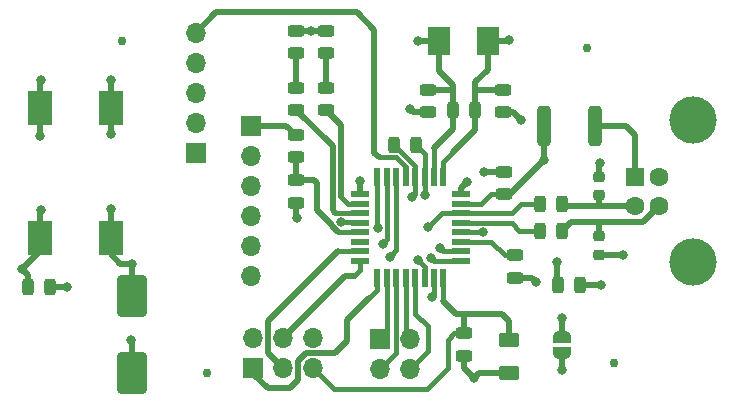
<source format=gbr>
%TF.GenerationSoftware,KiCad,Pcbnew,9.0.6+1*%
%TF.CreationDate,2025-12-10T14:16:37+00:00*%
%TF.ProjectId,KDT_Hierarchical_KiBot,4b44545f-4869-4657-9261-726368696361,+ (Unreleased)*%
%TF.SameCoordinates,Original*%
%TF.FileFunction,Copper,L1,Top*%
%TF.FilePolarity,Positive*%
%FSLAX46Y46*%
G04 Gerber Fmt 4.6, Leading zero omitted, Abs format (unit mm)*
G04 Created by KiCad (PCBNEW 9.0.6+1) date 2025-12-10 14:16:37*
%MOMM*%
%LPD*%
G01*
G04 APERTURE LIST*
G04 Aperture macros list*
%AMRoundRect*
0 Rectangle with rounded corners*
0 $1 Rounding radius*
0 $2 $3 $4 $5 $6 $7 $8 $9 X,Y pos of 4 corners*
0 Add a 4 corners polygon primitive as box body*
4,1,4,$2,$3,$4,$5,$6,$7,$8,$9,$2,$3,0*
0 Add four circle primitives for the rounded corners*
1,1,$1+$1,$2,$3*
1,1,$1+$1,$4,$5*
1,1,$1+$1,$6,$7*
1,1,$1+$1,$8,$9*
0 Add four rect primitives between the rounded corners*
20,1,$1+$1,$2,$3,$4,$5,0*
20,1,$1+$1,$4,$5,$6,$7,0*
20,1,$1+$1,$6,$7,$8,$9,0*
20,1,$1+$1,$8,$9,$2,$3,0*%
%AMFreePoly0*
4,1,23,0.500000,-0.750000,0.000000,-0.750000,0.000000,-0.745722,-0.065263,-0.745722,-0.191342,-0.711940,-0.304381,-0.646677,-0.396677,-0.554381,-0.461940,-0.441342,-0.495722,-0.315263,-0.495722,-0.250000,-0.500000,-0.250000,-0.500000,0.250000,-0.495722,0.250000,-0.495722,0.315263,-0.461940,0.441342,-0.396677,0.554381,-0.304381,0.646677,-0.191342,0.711940,-0.065263,0.745722,0.000000,0.745722,
0.000000,0.750000,0.500000,0.750000,0.500000,-0.750000,0.500000,-0.750000,$1*%
%AMFreePoly1*
4,1,23,0.000000,0.745722,0.065263,0.745722,0.191342,0.711940,0.304381,0.646677,0.396677,0.554381,0.461940,0.441342,0.495722,0.315263,0.495722,0.250000,0.500000,0.250000,0.500000,-0.250000,0.495722,-0.250000,0.495722,-0.315263,0.461940,-0.441342,0.396677,-0.554381,0.304381,-0.646677,0.191342,-0.711940,0.065263,-0.745722,0.000000,-0.745722,0.000000,-0.750000,-0.500000,-0.750000,
-0.500000,0.750000,0.000000,0.750000,0.000000,0.745722,0.000000,0.745722,$1*%
G04 Aperture macros list end*
%TA.AperFunction,SMDPad,CuDef*%
%ADD10RoundRect,0.243750X-0.456250X0.243750X-0.456250X-0.243750X0.456250X-0.243750X0.456250X0.243750X0*%
%TD*%
%TA.AperFunction,SMDPad,CuDef*%
%ADD11R,2.000000X3.000000*%
%TD*%
%TA.AperFunction,ComponentPad*%
%ADD12R,1.700000X1.700000*%
%TD*%
%TA.AperFunction,ComponentPad*%
%ADD13O,1.700000X1.700000*%
%TD*%
%TA.AperFunction,SMDPad,CuDef*%
%ADD14RoundRect,0.218750X0.256250X-0.218750X0.256250X0.218750X-0.256250X0.218750X-0.256250X-0.218750X0*%
%TD*%
%TA.AperFunction,ComponentPad*%
%ADD15R,1.600000X1.600000*%
%TD*%
%TA.AperFunction,ComponentPad*%
%ADD16C,1.600000*%
%TD*%
%TA.AperFunction,ComponentPad*%
%ADD17C,4.000000*%
%TD*%
%TA.AperFunction,SMDPad,CuDef*%
%ADD18RoundRect,0.243750X0.456250X-0.243750X0.456250X0.243750X-0.456250X0.243750X-0.456250X-0.243750X0*%
%TD*%
%TA.AperFunction,SMDPad,CuDef*%
%ADD19RoundRect,0.243750X-0.243750X-0.456250X0.243750X-0.456250X0.243750X0.456250X-0.243750X0.456250X0*%
%TD*%
%TA.AperFunction,SMDPad,CuDef*%
%ADD20RoundRect,0.243750X0.243750X0.456250X-0.243750X0.456250X-0.243750X-0.456250X0.243750X-0.456250X0*%
%TD*%
%TA.AperFunction,SMDPad,CuDef*%
%ADD21C,0.750000*%
%TD*%
%TA.AperFunction,SMDPad,CuDef*%
%ADD22RoundRect,0.218750X-0.256250X0.218750X-0.256250X-0.218750X0.256250X-0.218750X0.256250X0.218750X0*%
%TD*%
%TA.AperFunction,SMDPad,CuDef*%
%ADD23FreePoly0,270.000000*%
%TD*%
%TA.AperFunction,SMDPad,CuDef*%
%ADD24FreePoly1,270.000000*%
%TD*%
%TA.AperFunction,SMDPad,CuDef*%
%ADD25RoundRect,0.250000X0.625000X-0.375000X0.625000X0.375000X-0.625000X0.375000X-0.625000X-0.375000X0*%
%TD*%
%TA.AperFunction,SMDPad,CuDef*%
%ADD26RoundRect,0.250000X-0.312500X-1.450000X0.312500X-1.450000X0.312500X1.450000X-0.312500X1.450000X0*%
%TD*%
%TA.AperFunction,SMDPad,CuDef*%
%ADD27R,1.900000X2.400000*%
%TD*%
%TA.AperFunction,SMDPad,CuDef*%
%ADD28R,0.550000X1.600000*%
%TD*%
%TA.AperFunction,SMDPad,CuDef*%
%ADD29R,1.600000X0.550000*%
%TD*%
%TA.AperFunction,SMDPad,CuDef*%
%ADD30RoundRect,0.250000X-1.000000X1.500000X-1.000000X-1.500000X1.000000X-1.500000X1.000000X1.500000X0*%
%TD*%
%TA.AperFunction,ViaPad*%
%ADD31C,0.800000*%
%TD*%
%TA.AperFunction,Conductor*%
%ADD32C,0.508000*%
%TD*%
%TA.AperFunction,Conductor*%
%ADD33C,0.381000*%
%TD*%
G04 APERTURE END LIST*
D10*
%TO.P,C5,1*%
%TO.N,Net-(U1-UCAP)*%
X157795600Y-93911300D03*
%TO.P,C5,2*%
%TO.N,Earth*%
X157795600Y-95786300D03*
%TD*%
D11*
%TO.P,J1,1*%
%TO.N,GND*%
X117573600Y-81394800D03*
X123573600Y-81394800D03*
%TO.P,J1,2*%
%TO.N,+5V*%
X123573600Y-92394800D03*
%TO.P,J1,3*%
X117573600Y-92394800D03*
%TD*%
D12*
%TO.P,J3,1,Pin_1*%
%TO.N,Net-(J3-Pin_1)*%
X130773600Y-85194800D03*
D13*
%TO.P,J3,2,Pin_2*%
%TO.N,Net-(J3-Pin_2)*%
X130773600Y-82654800D03*
%TO.P,J3,3,Pin_3*%
%TO.N,Net-(J3-Pin_3)*%
X130773600Y-80114800D03*
%TO.P,J3,4,Pin_4*%
%TO.N,Net-(J3-Pin_4)*%
X130773600Y-77574800D03*
%TO.P,J3,5,Pin_5*%
%TO.N,Net-(J3-Pin_5)*%
X130773600Y-75034800D03*
%TD*%
D12*
%TO.P,J6,1,Pin_1*%
%TO.N,Net-(J6-Pin_1)*%
X135443600Y-82910800D03*
D13*
%TO.P,J6,2,Pin_2*%
%TO.N,Net-(J6-Pin_2)*%
X135443600Y-85450800D03*
%TO.P,J6,3,Pin_3*%
%TO.N,Net-(J6-Pin_3)*%
X135443600Y-87990800D03*
%TO.P,J6,4,Pin_4*%
%TO.N,Net-(J6-Pin_4)*%
X135443600Y-90530800D03*
%TO.P,J6,5,Pin_5*%
%TO.N,Net-(J6-Pin_5)*%
X135443600Y-93070800D03*
%TO.P,J6,6,Pin_6*%
%TO.N,Net-(J6-Pin_6)*%
X135443600Y-95610800D03*
%TD*%
D14*
%TO.P,VR2,1*%
%TO.N,Net-(J2-D-)*%
X164907600Y-88803700D03*
%TO.P,VR2,2*%
%TO.N,Net-(J2-Shield)*%
X164907600Y-87228700D03*
%TD*%
D15*
%TO.P,J2,1,VBUS*%
%TO.N,Net-(J2-VBUS)*%
X167955600Y-87228800D03*
D16*
%TO.P,J2,2,D-*%
%TO.N,Net-(J2-D-)*%
X167955600Y-89728800D03*
%TO.P,J2,3,D+*%
%TO.N,Net-(J2-D+)*%
X169955600Y-89728800D03*
%TO.P,J2,4,GND*%
%TO.N,Earth*%
X169955600Y-87228800D03*
D17*
%TO.P,J2,5,Shield*%
%TO.N,Net-(J2-Shield)*%
X172815600Y-82478800D03*
X172815600Y-94478800D03*
%TD*%
D18*
%TO.P,C8,1*%
%TO.N,/DTR*%
X139228200Y-85600900D03*
%TO.P,C8,2*%
%TO.N,Net-(J6-Pin_1)*%
X139228200Y-83725900D03*
%TD*%
D19*
%TO.P,C2,1*%
%TO.N,+5V*%
X116536100Y-96594800D03*
%TO.P,C2,2*%
%TO.N,GND*%
X118411100Y-96594800D03*
%TD*%
%TO.P,R1,1*%
%TO.N,Net-(U1-D+)*%
X159906100Y-91800800D03*
%TO.P,R1,2*%
%TO.N,Net-(J2-D+)*%
X161781100Y-91800800D03*
%TD*%
D20*
%TO.P,FB1,1*%
%TO.N,Net-(J2-Shield)*%
X163305100Y-96372800D03*
%TO.P,FB1,2*%
%TO.N,Earth*%
X161430100Y-96372800D03*
%TD*%
D19*
%TO.P,R2,1*%
%TO.N,Net-(U1-D-)*%
X159906100Y-89514800D03*
%TO.P,R2,2*%
%TO.N,Net-(J2-D-)*%
X161781100Y-89514800D03*
%TD*%
D21*
%TO.P,FID3,*%
%TO.N,*%
X124470800Y-75773400D03*
%TD*%
D18*
%TO.P,D3,1,K*%
%TO.N,/TXLED*%
X139253600Y-81582300D03*
%TO.P,D3,2,A*%
%TO.N,Net-(D3-A)*%
X139253600Y-79707300D03*
%TD*%
D21*
%TO.P,FID2,*%
%TO.N,*%
X166177600Y-102976800D03*
%TD*%
D19*
%TO.P,C7,1*%
%TO.N,+5V*%
X147510900Y-84561800D03*
%TO.P,C7,2*%
%TO.N,GND*%
X149385900Y-84561800D03*
%TD*%
D22*
%TO.P,VR1,1*%
%TO.N,Net-(J2-D+)*%
X164907600Y-92257800D03*
%TO.P,VR1,2*%
%TO.N,Net-(J2-Shield)*%
X164907600Y-93832800D03*
%TD*%
D23*
%TO.P,JP1,1,A*%
%TO.N,Earth*%
X161732600Y-100828200D03*
D24*
%TO.P,JP1,2,B*%
%TO.N,GND*%
X161732600Y-102128200D03*
%TD*%
D25*
%TO.P,D1,1,K*%
%TO.N,+5V*%
X157287600Y-103868800D03*
%TO.P,D1,2,A*%
%TO.N,/RESET2*%
X157287600Y-101068800D03*
%TD*%
D18*
%TO.P,R4,1*%
%TO.N,+5V*%
X153477600Y-102390300D03*
%TO.P,R4,2*%
%TO.N,/RESET2*%
X153477600Y-100515300D03*
%TD*%
D10*
%TO.P,C3,1*%
%TO.N,Net-(U1-XTAL1)*%
X156733600Y-79873300D03*
%TO.P,C3,2*%
%TO.N,GND*%
X156733600Y-81748300D03*
%TD*%
D12*
%TO.P,J5,1,Pin_1*%
%TO.N,/MISO2*%
X135596000Y-103459400D03*
D13*
%TO.P,J5,2,Pin_2*%
%TO.N,+5V*%
X135596000Y-100919400D03*
%TO.P,J5,3,Pin_3*%
%TO.N,/SCK2*%
X138136000Y-103459400D03*
%TO.P,J5,4,Pin_4*%
%TO.N,/MOSI2*%
X138136000Y-100919400D03*
%TO.P,J5,5,Pin_5*%
%TO.N,/RESET2*%
X140676000Y-103459400D03*
%TO.P,J5,6,Pin_6*%
%TO.N,GND*%
X140676000Y-100919400D03*
%TD*%
D20*
%TO.P,R3,1*%
%TO.N,Net-(U1-XTAL1)*%
X154369100Y-81572800D03*
%TO.P,R3,2*%
%TO.N,Net-(U1-PC0{slash}XTAL2)*%
X152494100Y-81572800D03*
%TD*%
D26*
%TO.P,F1,1*%
%TO.N,VBUS*%
X160230100Y-82910800D03*
%TO.P,F1,2*%
%TO.N,Net-(J2-VBUS)*%
X164505100Y-82910800D03*
%TD*%
D12*
%TO.P,J4,1,Pin_1*%
%TO.N,Net-(J4-Pin_1)*%
X146365600Y-100944800D03*
D13*
%TO.P,J4,2,Pin_2*%
%TO.N,Net-(J4-Pin_2)*%
X148905600Y-100944800D03*
%TO.P,J4,3,Pin_3*%
%TO.N,Net-(J4-Pin_3)*%
X146365600Y-103484800D03*
%TO.P,J4,4,Pin_4*%
%TO.N,Net-(J4-Pin_4)*%
X148905600Y-103484800D03*
%TD*%
D10*
%TO.P,R5,1*%
%TO.N,/DTR*%
X139228200Y-87561300D03*
%TO.P,R5,2*%
%TO.N,GND*%
X139228200Y-89436300D03*
%TD*%
D18*
%TO.P,D2,1,K*%
%TO.N,/RXLED*%
X141793600Y-81582300D03*
%TO.P,D2,2,A*%
%TO.N,Net-(D2-A)*%
X141793600Y-79707300D03*
%TD*%
D10*
%TO.P,R6,1*%
%TO.N,+5V*%
X141793600Y-74932100D03*
%TO.P,R6,2*%
%TO.N,Net-(D2-A)*%
X141793600Y-76807100D03*
%TD*%
D27*
%TO.P,Y1,1,1*%
%TO.N,Net-(U1-XTAL1)*%
X155451400Y-75722600D03*
%TO.P,Y1,2,2*%
%TO.N,Net-(U1-PC0{slash}XTAL2)*%
X151351400Y-75722600D03*
%TD*%
D10*
%TO.P,R7,1*%
%TO.N,+5V*%
X139253600Y-74932100D03*
%TO.P,R7,2*%
%TO.N,Net-(D3-A)*%
X139253600Y-76807100D03*
%TD*%
D28*
%TO.P,U1,1,XTAL1*%
%TO.N,Net-(U1-XTAL1)*%
X151705600Y-87296800D03*
%TO.P,U1,2,PC0/XTAL2*%
%TO.N,Net-(U1-PC0{slash}XTAL2)*%
X150905600Y-87296800D03*
%TO.P,U1,3,GND*%
%TO.N,GND*%
X150105600Y-87296800D03*
%TO.P,U1,4,VCC*%
%TO.N,+5V*%
X149305600Y-87296800D03*
%TO.P,U1,5,PC2*%
%TO.N,Net-(J3-Pin_5)*%
X148505600Y-87296800D03*
%TO.P,U1,6,PD0*%
%TO.N,Net-(J6-Pin_6)*%
X147705600Y-87296800D03*
%TO.P,U1,7,PD1*%
%TO.N,Net-(J6-Pin_5)*%
X146905600Y-87296800D03*
%TO.P,U1,8,PD2*%
%TO.N,Net-(J6-Pin_4)*%
X146105600Y-87296800D03*
D29*
%TO.P,U1,9,PD3*%
%TO.N,Net-(J6-Pin_3)*%
X144655600Y-88746800D03*
%TO.P,U1,10,PD4*%
%TO.N,/RXLED*%
X144655600Y-89546800D03*
%TO.P,U1,11,PD5*%
%TO.N,/TXLED*%
X144655600Y-90346800D03*
%TO.P,U1,12,PD6*%
%TO.N,Net-(J6-Pin_2)*%
X144655600Y-91146800D03*
%TO.P,U1,13,~{HWB}/PD7*%
%TO.N,/DTR*%
X144655600Y-91946800D03*
%TO.P,U1,14,PB0*%
%TO.N,unconnected-(U1-PB0-Pad14)*%
X144655600Y-92746800D03*
%TO.P,U1,15,PB1*%
%TO.N,/SCK2*%
X144655600Y-93546800D03*
%TO.P,U1,16,PB2*%
%TO.N,/MOSI2*%
X144655600Y-94346800D03*
D28*
%TO.P,U1,17,PB3*%
%TO.N,/MISO2*%
X146105600Y-95796800D03*
%TO.P,U1,18,PB4*%
%TO.N,Net-(J4-Pin_1)*%
X146905600Y-95796800D03*
%TO.P,U1,19,PB5*%
%TO.N,Net-(J4-Pin_3)*%
X147705600Y-95796800D03*
%TO.P,U1,20,PB6*%
%TO.N,Net-(J4-Pin_2)*%
X148505600Y-95796800D03*
%TO.P,U1,21,PB7*%
%TO.N,Net-(J4-Pin_4)*%
X149305600Y-95796800D03*
%TO.P,U1,22,PC7*%
%TO.N,Net-(J3-Pin_1)*%
X150105600Y-95796800D03*
%TO.P,U1,23,PC6*%
%TO.N,Net-(J3-Pin_2)*%
X150905600Y-95796800D03*
%TO.P,U1,24,PC1/~{RESET}*%
%TO.N,/RESET2*%
X151705600Y-95796800D03*
D29*
%TO.P,U1,25,PC5*%
%TO.N,Net-(J3-Pin_3)*%
X153155600Y-94346800D03*
%TO.P,U1,26,PC4*%
%TO.N,Net-(J3-Pin_4)*%
X153155600Y-93546800D03*
%TO.P,U1,27,UCAP*%
%TO.N,Net-(U1-UCAP)*%
X153155600Y-92746800D03*
%TO.P,U1,28,UGND*%
%TO.N,Earth*%
X153155600Y-91946800D03*
%TO.P,U1,29,D+*%
%TO.N,Net-(U1-D+)*%
X153155600Y-91146800D03*
%TO.P,U1,30,D-*%
%TO.N,Net-(U1-D-)*%
X153155600Y-90346800D03*
%TO.P,U1,31,UVCC*%
%TO.N,VBUS*%
X153155600Y-89546800D03*
%TO.P,U1,32,AVCC*%
%TO.N,+5V*%
X153155600Y-88746800D03*
%TD*%
D30*
%TO.P,C1,1*%
%TO.N,+5V*%
X125309000Y-97339200D03*
%TO.P,C1,2*%
%TO.N,GND*%
X125309000Y-103839200D03*
%TD*%
D10*
%TO.P,C4,1*%
%TO.N,Net-(U1-PC0{slash}XTAL2)*%
X150383600Y-79873300D03*
%TO.P,C4,2*%
%TO.N,GND*%
X150383600Y-81748300D03*
%TD*%
D21*
%TO.P,FID1,*%
%TO.N,*%
X163891600Y-76306800D03*
%TD*%
D18*
%TO.P,C6,1*%
%TO.N,VBUS*%
X156855800Y-88699700D03*
%TO.P,C6,2*%
%TO.N,Earth*%
X156855800Y-86824700D03*
%TD*%
D21*
%TO.P,FID4,*%
%TO.N,*%
X131684400Y-103865800D03*
%TD*%
D31*
%TO.N,GND*%
X150150200Y-88752800D03*
X158303600Y-82453600D03*
X123556400Y-79075400D03*
X117562000Y-83825200D03*
X139304400Y-90759400D03*
X117587400Y-79024600D03*
X119822600Y-96601400D03*
X161732600Y-103637200D03*
X125283600Y-101046400D03*
X123581800Y-83647400D03*
X148829400Y-81488400D03*
%TO.N,Net-(J2-Shield)*%
X166863400Y-93832800D03*
X164933000Y-86111200D03*
X165034600Y-96372800D03*
%TO.N,+5V*%
X153655400Y-87660600D03*
X117612800Y-90099000D03*
X154315800Y-104297600D03*
X123581800Y-89997400D03*
X140498200Y-74935200D03*
X125309000Y-94594800D03*
X116038000Y-95026600D03*
X149007200Y-88981400D03*
%TO.N,Net-(U1-XTAL1)*%
X157236800Y-75697200D03*
%TO.N,Net-(U1-PC0{slash}XTAL2)*%
X149515200Y-75773400D03*
%TO.N,Earth*%
X155027000Y-91927800D03*
X155154000Y-86847800D03*
X161351600Y-94467800D03*
X161707200Y-99217600D03*
X159522800Y-96144200D03*
%TO.N,VBUS*%
X160208600Y-85857200D03*
%TO.N,Net-(J3-Pin_4)*%
X151369400Y-93248600D03*
%TO.N,Net-(J3-Pin_3)*%
X150632800Y-94086800D03*
%TO.N,Net-(J3-Pin_2)*%
X150759800Y-97388800D03*
%TO.N,Net-(J3-Pin_1)*%
X149540600Y-94290000D03*
%TO.N,Net-(J6-Pin_3)*%
X144613000Y-87584400D03*
%TO.N,Net-(J6-Pin_5)*%
X146543400Y-92918400D03*
%TO.N,Net-(J6-Pin_6)*%
X147153000Y-94010600D03*
%TO.N,Net-(J6-Pin_4)*%
X146162700Y-91546800D03*
%TO.N,Net-(J6-Pin_2)*%
X143068711Y-91084489D03*
%TO.N,Net-(U1-D-)*%
X150429600Y-91470602D03*
%TD*%
D32*
%TO.N,GND*%
X118411100Y-96594800D02*
X119816000Y-96594800D01*
X117573600Y-79038400D02*
X117587400Y-79024600D01*
X123573600Y-81394800D02*
X123573600Y-83639200D01*
D33*
X150105600Y-85281500D02*
X149385900Y-84561800D01*
D32*
X123573600Y-81394800D02*
X123573600Y-79092600D01*
X117573600Y-83813600D02*
X117562000Y-83825200D01*
X139228200Y-90683200D02*
X139304400Y-90759400D01*
D33*
X150105600Y-87296800D02*
X150105600Y-85281500D01*
D32*
X149089300Y-81748300D02*
X148829400Y-81488400D01*
X156733600Y-81748300D02*
X157598300Y-81748300D01*
X150383600Y-81748300D02*
X149089300Y-81748300D01*
X125309000Y-103839200D02*
X125309000Y-101071800D01*
X157598300Y-81748300D02*
X158303600Y-82453600D01*
X123573600Y-79092600D02*
X123556400Y-79075400D01*
D33*
X150105600Y-87296800D02*
X150105600Y-88708200D01*
D32*
X117573600Y-81394800D02*
X117573600Y-79038400D01*
X125309000Y-101071800D02*
X125283600Y-101046400D01*
D33*
X150105600Y-88708200D02*
X150150200Y-88752800D01*
D32*
X161732600Y-102128200D02*
X161732600Y-103637200D01*
X119816000Y-96594800D02*
X119822600Y-96601400D01*
X139228200Y-89436300D02*
X139228200Y-90683200D01*
X123573600Y-83639200D02*
X123581800Y-83647400D01*
X117573600Y-81394800D02*
X117573600Y-83813600D01*
%TO.N,/RESET2*%
X157287600Y-99471600D02*
X156652600Y-98836600D01*
D33*
X142403200Y-105186600D02*
X150277200Y-105186600D01*
D32*
X153630000Y-98836600D02*
X153477600Y-98989000D01*
D33*
X151705600Y-97789200D02*
X151705600Y-95796800D01*
X150277200Y-105186600D02*
X152055200Y-103408600D01*
D32*
X156652600Y-98836600D02*
X153630000Y-98836600D01*
D33*
X151699600Y-97795200D02*
X151705600Y-97789200D01*
X140676000Y-103459400D02*
X142403200Y-105186600D01*
D32*
X153477600Y-98989000D02*
X153477600Y-100515300D01*
X157287600Y-101068800D02*
X157287600Y-99471600D01*
D33*
X152586300Y-100515300D02*
X153477600Y-100515300D01*
X152055200Y-101046400D02*
X152586300Y-100515300D01*
D32*
X153630000Y-98836600D02*
X152741000Y-98836600D01*
X152741000Y-98836600D02*
X151699600Y-97795200D01*
D33*
X152055200Y-103408600D02*
X152055200Y-101046400D01*
D32*
%TO.N,Net-(D2-A)*%
X141793600Y-76807100D02*
X141793600Y-79707300D01*
%TO.N,/RXLED*%
X143038200Y-88935922D02*
X143038200Y-82826900D01*
X143038200Y-82826900D02*
X141793600Y-81582300D01*
D33*
X143649078Y-89546800D02*
X143038200Y-88935922D01*
X144655600Y-89546800D02*
X143649078Y-89546800D01*
D32*
%TO.N,Net-(D3-A)*%
X139253600Y-76807100D02*
X139253600Y-79707300D01*
%TO.N,/TXLED*%
X139253600Y-81582300D02*
X142327000Y-84655700D01*
D33*
X144636400Y-90327600D02*
X144655600Y-90346800D01*
D32*
X142327000Y-84655700D02*
X142327000Y-90099000D01*
X142327000Y-90099000D02*
X142555600Y-90327600D01*
D33*
X142555600Y-90327600D02*
X144636400Y-90327600D01*
D32*
%TO.N,Net-(J2-VBUS)*%
X167955600Y-87228800D02*
X167955600Y-83723600D01*
X167142800Y-82910800D02*
X164505100Y-82910800D01*
X167955600Y-83723600D02*
X167142800Y-82910800D01*
%TO.N,Net-(J2-Shield)*%
X164907600Y-87457300D02*
X164907600Y-86136600D01*
X163305100Y-96372800D02*
X165034600Y-96372800D01*
X164907600Y-86136600D02*
X164933000Y-86111200D01*
X164907600Y-93832800D02*
X166863400Y-93832800D01*
%TO.N,+5V*%
X123573600Y-90005600D02*
X123581800Y-89997400D01*
X139253600Y-74932100D02*
X140495100Y-74932100D01*
D33*
X149305600Y-87296800D02*
X149305600Y-86356500D01*
D32*
X117573600Y-92394800D02*
X117573600Y-93491000D01*
X153155600Y-88160400D02*
X153655400Y-87660600D01*
X154744600Y-103868800D02*
X154315800Y-104297600D01*
X140501300Y-74932100D02*
X140498200Y-74935200D01*
X116536100Y-95524700D02*
X116038000Y-95026600D01*
X153477600Y-102390300D02*
X153477600Y-103459400D01*
X117573600Y-90138200D02*
X117612800Y-90099000D01*
X141793600Y-74932100D02*
X140501300Y-74932100D01*
X123573600Y-92394800D02*
X123573600Y-90005600D01*
X153155600Y-88746800D02*
X153155600Y-88160400D01*
X117573600Y-92394800D02*
X117573600Y-90138200D01*
X153477600Y-103459400D02*
X154315800Y-104297600D01*
X116536100Y-96594800D02*
X116536100Y-95524700D01*
D33*
X149305600Y-87296800D02*
X149305600Y-88683000D01*
D32*
X140495100Y-74932100D02*
X140498200Y-74935200D01*
X123573600Y-92394800D02*
X123573600Y-93824600D01*
D33*
X149305600Y-86356500D02*
X147510900Y-84561800D01*
D32*
X124343800Y-94594800D02*
X125309000Y-94594800D01*
X117573600Y-93491000D02*
X116038000Y-95026600D01*
D33*
X149305600Y-88683000D02*
X149007200Y-88981400D01*
D32*
X123573600Y-93824600D02*
X124343800Y-94594800D01*
X125309000Y-97339200D02*
X125309000Y-94594800D01*
X157287600Y-103868800D02*
X154744600Y-103868800D01*
%TO.N,Net-(U1-XTAL1)*%
X155451400Y-75722600D02*
X157211400Y-75722600D01*
X157211400Y-75722600D02*
X157236800Y-75697200D01*
X154369100Y-79814500D02*
X154369100Y-79250700D01*
X152512400Y-85171400D02*
X154369100Y-83314700D01*
X155451400Y-78168400D02*
X155451400Y-75722600D01*
D33*
X151705600Y-85978200D02*
X152512400Y-85171400D01*
D32*
X156733600Y-79873300D02*
X154427900Y-79873300D01*
D33*
X151705600Y-87296800D02*
X151705600Y-85978200D01*
D32*
X154427900Y-79873300D02*
X154369100Y-79814500D01*
X154369100Y-83314700D02*
X154369100Y-81572800D01*
X154369100Y-79250700D02*
X155451400Y-78168400D01*
X154369100Y-81572800D02*
X154369100Y-79814500D01*
%TO.N,Net-(J2-D+)*%
X164907600Y-91216600D02*
X164780600Y-91089600D01*
X169955600Y-89728800D02*
X168594800Y-91089600D01*
X164907600Y-92257800D02*
X164907600Y-91216600D01*
X162492300Y-91089600D02*
X161781100Y-91800800D01*
X168594800Y-91089600D02*
X164780600Y-91089600D01*
X164780600Y-91089600D02*
X162492300Y-91089600D01*
%TO.N,Net-(J2-D-)*%
X161995100Y-89728800D02*
X161781100Y-89514800D01*
X164907600Y-88803700D02*
X164907600Y-89663400D01*
X167955600Y-89728800D02*
X164842200Y-89728800D01*
X164907600Y-89663400D02*
X164842200Y-89728800D01*
X164842200Y-89728800D02*
X161995100Y-89728800D01*
%TO.N,Net-(U1-PC0{slash}XTAL2)*%
X151300600Y-75773400D02*
X151351400Y-75722600D01*
X152349500Y-79873300D02*
X152494100Y-79728700D01*
X151351400Y-78320800D02*
X151351400Y-75722600D01*
X149515200Y-75773400D02*
X151300600Y-75773400D01*
X152494100Y-81572800D02*
X152494100Y-79728700D01*
X152494100Y-79728700D02*
X152494100Y-79463500D01*
X150383600Y-79873300D02*
X152349500Y-79873300D01*
X152494100Y-79463500D02*
X151351400Y-78320800D01*
X152494100Y-81572800D02*
X152494100Y-83208500D01*
D33*
X150912200Y-84790400D02*
X150905600Y-84797000D01*
D32*
X152494100Y-83208500D02*
X150912200Y-84790400D01*
D33*
X150905600Y-84797000D02*
X150905600Y-87296800D01*
D32*
%TO.N,Earth*%
X159164900Y-95786300D02*
X159522800Y-96144200D01*
X156855800Y-86824700D02*
X155177100Y-86824700D01*
X161732600Y-99243000D02*
X161707200Y-99217600D01*
D33*
X155008000Y-91946800D02*
X155027000Y-91927800D01*
D32*
X161732600Y-100828200D02*
X161732600Y-99243000D01*
D33*
X153155600Y-91946800D02*
X155008000Y-91946800D01*
D32*
X161351600Y-94467800D02*
X161351600Y-96294300D01*
X157795600Y-95786300D02*
X159164900Y-95786300D01*
X161351600Y-96294300D02*
X161430100Y-96372800D01*
X155177100Y-86824700D02*
X155154000Y-86847800D01*
D33*
%TO.N,Net-(U1-UCAP)*%
X153155600Y-92746800D02*
X155719000Y-92746800D01*
X155719000Y-92746800D02*
X156883500Y-93911300D01*
X156883500Y-93911300D02*
X157795600Y-93911300D01*
D32*
%TO.N,VBUS*%
X157366100Y-88699700D02*
X160208600Y-85857200D01*
D33*
X154842600Y-89546800D02*
X155689700Y-88699700D01*
D32*
X160230100Y-82910800D02*
X160230100Y-85835700D01*
X156855800Y-88699700D02*
X157366100Y-88699700D01*
D33*
X153155600Y-89546800D02*
X154842600Y-89546800D01*
X155689700Y-88699700D02*
X156855800Y-88699700D01*
D32*
X160230100Y-85835700D02*
X160208600Y-85857200D01*
%TO.N,Net-(J6-Pin_1)*%
X138413100Y-82910800D02*
X139228200Y-83725900D01*
X135443600Y-82910800D02*
X138413100Y-82910800D01*
%TO.N,/DTR*%
X140754500Y-87561300D02*
X139228200Y-87561300D01*
X139228200Y-85600900D02*
X139228200Y-87561300D01*
X142250800Y-91407000D02*
X142250800Y-91369000D01*
D33*
X144655600Y-91946800D02*
X142790600Y-91946800D01*
D32*
X140980800Y-90099000D02*
X140980800Y-87787600D01*
X142790600Y-91946800D02*
X142250800Y-91407000D01*
X140980800Y-87787600D02*
X140754500Y-87561300D01*
X142250800Y-91369000D02*
X140980800Y-90099000D01*
D33*
%TO.N,Net-(J3-Pin_4)*%
X153155600Y-93546800D02*
X151667600Y-93546800D01*
X151667600Y-93546800D02*
X151369400Y-93248600D01*
%TO.N,Net-(J3-Pin_3)*%
X150892800Y-94346800D02*
X150632800Y-94086800D01*
X153155600Y-94346800D02*
X150892800Y-94346800D01*
%TO.N,Net-(J3-Pin_2)*%
X150905600Y-97243000D02*
X150759800Y-97388800D01*
X150905600Y-95796800D02*
X150905600Y-97243000D01*
%TO.N,Net-(J3-Pin_1)*%
X150105600Y-95796800D02*
X150105600Y-94855000D01*
X150105600Y-94855000D02*
X149540600Y-94290000D01*
D32*
%TO.N,Net-(J3-Pin_5)*%
X145832200Y-85222200D02*
X145832200Y-74808200D01*
D33*
X148505600Y-87296800D02*
X148505600Y-86447800D01*
D32*
X146214710Y-85604710D02*
X145832200Y-85222200D01*
D33*
X147662510Y-85604710D02*
X146214710Y-85604710D01*
D32*
X132473400Y-73335000D02*
X130773600Y-75034800D01*
X145832200Y-74808200D02*
X144359000Y-73335000D01*
X144359000Y-73335000D02*
X132473400Y-73335000D01*
D33*
X148505600Y-86447800D02*
X147662510Y-85604710D01*
%TO.N,Net-(J4-Pin_2)*%
X148505600Y-95796800D02*
X148505600Y-100544800D01*
X148505600Y-100544800D02*
X148905600Y-100944800D01*
%TO.N,Net-(J4-Pin_1)*%
X146905600Y-100404800D02*
X146365600Y-100944800D01*
X146905600Y-95796800D02*
X146905600Y-100404800D01*
%TO.N,Net-(J4-Pin_4)*%
X149305600Y-95796800D02*
X149305600Y-98830200D01*
X149305600Y-98830200D02*
X150353400Y-99878000D01*
X150353400Y-102037000D02*
X148905600Y-103484800D01*
X150353400Y-99878000D02*
X150353400Y-102037000D01*
%TO.N,Net-(J4-Pin_3)*%
X147705600Y-95796800D02*
X147705600Y-102144800D01*
X147705600Y-102144800D02*
X146365600Y-103484800D01*
%TO.N,/MOSI2*%
X144130400Y-95687000D02*
X144655600Y-95161800D01*
X144655600Y-95161800D02*
X144655600Y-94346800D01*
D32*
X143368400Y-95687000D02*
X144130400Y-95687000D01*
X138136000Y-100919400D02*
X143368400Y-95687000D01*
%TO.N,/SCK2*%
X142758800Y-93553400D02*
X142784200Y-93553400D01*
X136879599Y-102202999D02*
X136879599Y-99432601D01*
D33*
X143063600Y-93553400D02*
X143070200Y-93546800D01*
D32*
X138136000Y-103459400D02*
X136879599Y-102202999D01*
D33*
X143070200Y-93546800D02*
X144655600Y-93546800D01*
D32*
X136879599Y-99432601D02*
X142758800Y-93553400D01*
D33*
X142784200Y-93553400D02*
X143063600Y-93553400D01*
D32*
%TO.N,/MISO2*%
X139419599Y-102856327D02*
X140072927Y-102202999D01*
D33*
X145425800Y-97515800D02*
X146105600Y-96836000D01*
D32*
X142518399Y-102202999D02*
X143571600Y-101149798D01*
X136815200Y-105161200D02*
X138745600Y-105161200D01*
X138745600Y-105161200D02*
X139419599Y-104487201D01*
X135596000Y-103459400D02*
X135596000Y-103942000D01*
X135596000Y-103942000D02*
X136815200Y-105161200D01*
D33*
X146105600Y-96836000D02*
X146105600Y-95796800D01*
D32*
X145425800Y-97541200D02*
X145425800Y-97515800D01*
X143571600Y-99395400D02*
X145425800Y-97541200D01*
X140072927Y-102202999D02*
X142518399Y-102202999D01*
X143571600Y-101149798D02*
X143571600Y-99395400D01*
X139419599Y-104487201D02*
X139419599Y-102856327D01*
%TO.N,Net-(J6-Pin_3)*%
X144613000Y-88704200D02*
X144655600Y-88746800D01*
X144613000Y-87584400D02*
X144613000Y-88704200D01*
D33*
%TO.N,Net-(J6-Pin_5)*%
X146905600Y-87296800D02*
X146905600Y-92556200D01*
X146905600Y-92556200D02*
X146543400Y-92918400D01*
%TO.N,Net-(J6-Pin_6)*%
X147705600Y-93458000D02*
X147153000Y-94010600D01*
X147705600Y-87296800D02*
X147705600Y-93458000D01*
%TO.N,Net-(J6-Pin_4)*%
X146105600Y-91489700D02*
X146162700Y-91546800D01*
X146105600Y-87296800D02*
X146105600Y-91489700D01*
%TO.N,Net-(J6-Pin_2)*%
X143068711Y-91084489D02*
X144593289Y-91084489D01*
X144593289Y-91084489D02*
X144655600Y-91146800D01*
%TO.N,Net-(U1-D+)*%
X153155600Y-91146800D02*
X157471800Y-91146800D01*
X158125800Y-91800800D02*
X159906100Y-91800800D01*
X157471800Y-91146800D02*
X158125800Y-91800800D01*
%TO.N,Net-(U1-D-)*%
X158303600Y-89514800D02*
X159906100Y-89514800D01*
X151553402Y-90346800D02*
X150429600Y-91470602D01*
X157471600Y-90346800D02*
X158303600Y-89514800D01*
X153155600Y-90346800D02*
X157471600Y-90346800D01*
X153155600Y-90346800D02*
X151553402Y-90346800D01*
%TD*%
M02*

</source>
